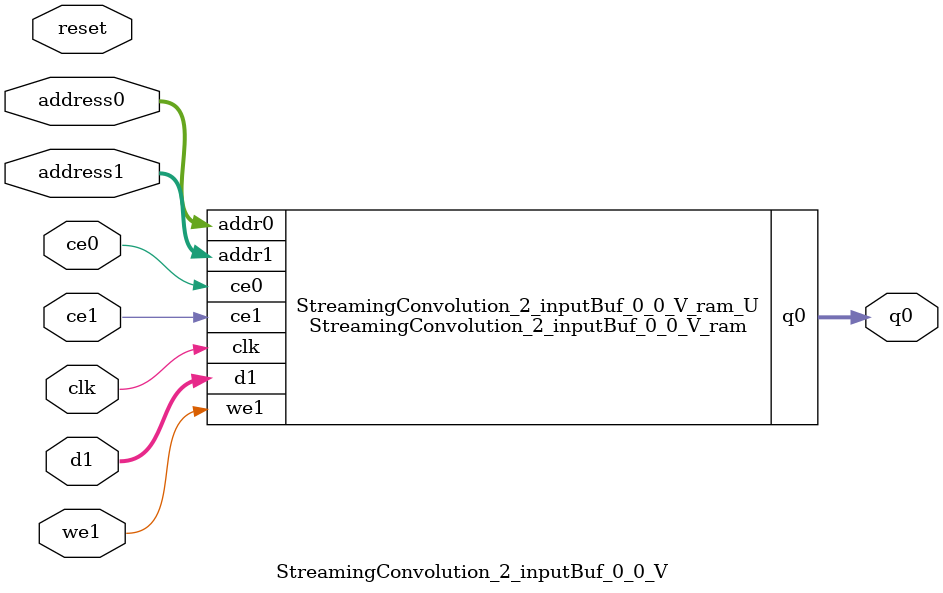
<source format=v>
`timescale 1 ns / 1 ps
module StreamingConvolution_2_inputBuf_0_0_V_ram (addr0, ce0, q0, addr1, ce1, d1, we1,  clk);

parameter DWIDTH = 24;
parameter AWIDTH = 5;
parameter MEM_SIZE = 32;

input[AWIDTH-1:0] addr0;
input ce0;
output reg[DWIDTH-1:0] q0;
input[AWIDTH-1:0] addr1;
input ce1;
input[DWIDTH-1:0] d1;
input we1;
input clk;

reg [DWIDTH-1:0] ram[0:MEM_SIZE-1];




always @(posedge clk)  
begin 
    if (ce0) 
    begin
        q0 <= ram[addr0];
    end
end


always @(posedge clk)  
begin 
    if (ce1) 
    begin
        if (we1) 
        begin 
            ram[addr1] <= d1; 
        end 
    end
end


endmodule

`timescale 1 ns / 1 ps
module StreamingConvolution_2_inputBuf_0_0_V(
    reset,
    clk,
    address0,
    ce0,
    q0,
    address1,
    ce1,
    we1,
    d1);

parameter DataWidth = 32'd24;
parameter AddressRange = 32'd32;
parameter AddressWidth = 32'd5;
input reset;
input clk;
input[AddressWidth - 1:0] address0;
input ce0;
output[DataWidth - 1:0] q0;
input[AddressWidth - 1:0] address1;
input ce1;
input we1;
input[DataWidth - 1:0] d1;



StreamingConvolution_2_inputBuf_0_0_V_ram StreamingConvolution_2_inputBuf_0_0_V_ram_U(
    .clk( clk ),
    .addr0( address0 ),
    .ce0( ce0 ),
    .q0( q0 ),
    .addr1( address1 ),
    .ce1( ce1 ),
    .we1( we1 ),
    .d1( d1 ));

endmodule


</source>
